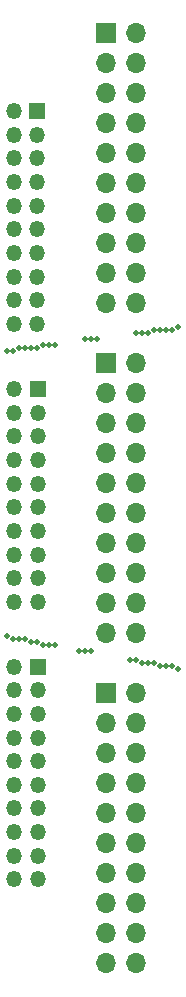
<source format=gbr>
%TF.GenerationSoftware,KiCad,Pcbnew,5.1.10*%
%TF.CreationDate,2021-05-28T15:40:48+02:00*%
%TF.ProjectId,ebaz_200to254,6562617a-5f32-4303-9074-6f3235342e6b,rev?*%
%TF.SameCoordinates,Original*%
%TF.FileFunction,Soldermask,Top*%
%TF.FilePolarity,Negative*%
%FSLAX46Y46*%
G04 Gerber Fmt 4.6, Leading zero omitted, Abs format (unit mm)*
G04 Created by KiCad (PCBNEW 5.1.10) date 2021-05-28 15:40:48*
%MOMM*%
%LPD*%
G01*
G04 APERTURE LIST*
%ADD10C,0.500000*%
%ADD11O,1.700000X1.700000*%
%ADD12R,1.700000X1.700000*%
%ADD13O,1.350000X1.350000*%
%ADD14R,1.350000X1.350000*%
G04 APERTURE END LIST*
D10*
%TO.C,REF\u002A\u002A*%
X167132000Y-113284000D03*
%TD*%
%TO.C,REF\u002A\u002A*%
X168148000Y-113284000D03*
%TD*%
%TO.C,REF\u002A\u002A*%
X167640000Y-113284000D03*
%TD*%
%TO.C,REF\u002A\u002A*%
X171958000Y-114046000D03*
%TD*%
%TO.C,REF\u002A\u002A*%
X172466000Y-114300000D03*
%TD*%
%TO.C,REF\u002A\u002A*%
X172974000Y-114300000D03*
%TD*%
%TO.C,REF\u002A\u002A*%
X173482000Y-114300000D03*
%TD*%
%TO.C,REF\u002A\u002A*%
X173990000Y-114554000D03*
%TD*%
%TO.C,REF\u002A\u002A*%
X174498000Y-114554000D03*
%TD*%
%TO.C,REF\u002A\u002A*%
X175006000Y-114554000D03*
%TD*%
%TO.C,REF\u002A\u002A*%
X175514000Y-114808000D03*
%TD*%
%TO.C,REF\u002A\u002A*%
X171450000Y-114046000D03*
%TD*%
%TO.C,REF\u002A\u002A*%
X165100000Y-112776000D03*
%TD*%
%TO.C,REF\u002A\u002A*%
X164084000Y-112776000D03*
%TD*%
%TO.C,REF\u002A\u002A*%
X163576000Y-112522000D03*
%TD*%
%TO.C,REF\u002A\u002A*%
X163068000Y-112522000D03*
%TD*%
%TO.C,REF\u002A\u002A*%
X162560000Y-112268000D03*
%TD*%
%TO.C,REF\u002A\u002A*%
X162052000Y-112268000D03*
%TD*%
%TO.C,REF\u002A\u002A*%
X161544000Y-112268000D03*
%TD*%
%TO.C,REF\u002A\u002A*%
X161036000Y-112014000D03*
%TD*%
%TO.C,REF\u002A\u002A*%
X164592000Y-112776000D03*
%TD*%
%TO.C,REF\u002A\u002A*%
X168656000Y-86868000D03*
%TD*%
%TO.C,REF\u002A\u002A*%
X168148000Y-86868000D03*
%TD*%
%TO.C,REF\u002A\u002A*%
X167640000Y-86868000D03*
%TD*%
%TO.C,REF\u002A\u002A*%
X164592000Y-87376000D03*
%TD*%
%TO.C,REF\u002A\u002A*%
X164084000Y-87376000D03*
%TD*%
%TO.C,REF\u002A\u002A*%
X163576000Y-87630000D03*
%TD*%
%TO.C,REF\u002A\u002A*%
X163068000Y-87630000D03*
%TD*%
%TO.C,REF\u002A\u002A*%
X162560000Y-87630000D03*
%TD*%
%TO.C,REF\u002A\u002A*%
X162052000Y-87630000D03*
%TD*%
%TO.C,REF\u002A\u002A*%
X161544000Y-87884000D03*
%TD*%
%TO.C,REF\u002A\u002A*%
X161036000Y-87884000D03*
%TD*%
%TO.C,REF\u002A\u002A*%
X165100000Y-87376000D03*
%TD*%
%TO.C,REF\u002A\u002A*%
X172466000Y-86360000D03*
%TD*%
%TO.C,REF\u002A\u002A*%
X172974000Y-86360000D03*
%TD*%
%TO.C,REF\u002A\u002A*%
X173482000Y-86106000D03*
%TD*%
%TO.C,REF\u002A\u002A*%
X173990000Y-86106000D03*
%TD*%
%TO.C,REF\u002A\u002A*%
X174498000Y-86106000D03*
%TD*%
%TO.C,REF\u002A\u002A*%
X175006000Y-86106000D03*
%TD*%
%TO.C,REF\u002A\u002A*%
X175514000Y-85852000D03*
%TD*%
%TO.C,REF\u002A\u002A*%
X171958000Y-86360000D03*
%TD*%
D11*
%TO.C,J6*%
X171958000Y-139700000D03*
X169418000Y-139700000D03*
X171958000Y-137160000D03*
X169418000Y-137160000D03*
X171958000Y-134620000D03*
X169418000Y-134620000D03*
X171958000Y-132080000D03*
X169418000Y-132080000D03*
X171958000Y-129540000D03*
X169418000Y-129540000D03*
X171958000Y-127000000D03*
X169418000Y-127000000D03*
X171958000Y-124460000D03*
X169418000Y-124460000D03*
X171958000Y-121920000D03*
X169418000Y-121920000D03*
X171958000Y-119380000D03*
X169418000Y-119380000D03*
X171958000Y-116840000D03*
D12*
X169418000Y-116840000D03*
%TD*%
D13*
%TO.C,J5*%
X161600000Y-132600000D03*
X163600000Y-132600000D03*
X161600000Y-130600000D03*
X163600000Y-130600000D03*
X161600000Y-128600000D03*
X163600000Y-128600000D03*
X161600000Y-126600000D03*
X163600000Y-126600000D03*
X161600000Y-124600000D03*
X163600000Y-124600000D03*
X161600000Y-122600000D03*
X163600000Y-122600000D03*
X161600000Y-120600000D03*
X163600000Y-120600000D03*
X161600000Y-118600000D03*
X163600000Y-118600000D03*
X161600000Y-116600000D03*
X163600000Y-116600000D03*
X161600000Y-114600000D03*
D14*
X163600000Y-114600000D03*
%TD*%
D11*
%TO.C,J4*%
X171958000Y-111760000D03*
X169418000Y-111760000D03*
X171958000Y-109220000D03*
X169418000Y-109220000D03*
X171958000Y-106680000D03*
X169418000Y-106680000D03*
X171958000Y-104140000D03*
X169418000Y-104140000D03*
X171958000Y-101600000D03*
X169418000Y-101600000D03*
X171958000Y-99060000D03*
X169418000Y-99060000D03*
X171958000Y-96520000D03*
X169418000Y-96520000D03*
X171958000Y-93980000D03*
X169418000Y-93980000D03*
X171958000Y-91440000D03*
X169418000Y-91440000D03*
X171958000Y-88900000D03*
D12*
X169418000Y-88900000D03*
%TD*%
D13*
%TO.C,J3*%
X161600000Y-109100000D03*
X163600000Y-109100000D03*
X161600000Y-107100000D03*
X163600000Y-107100000D03*
X161600000Y-105100000D03*
X163600000Y-105100000D03*
X161600000Y-103100000D03*
X163600000Y-103100000D03*
X161600000Y-101100000D03*
X163600000Y-101100000D03*
X161600000Y-99100000D03*
X163600000Y-99100000D03*
X161600000Y-97100000D03*
X163600000Y-97100000D03*
X161600000Y-95100000D03*
X163600000Y-95100000D03*
X161600000Y-93100000D03*
X163600000Y-93100000D03*
X161600000Y-91100000D03*
D14*
X163600000Y-91100000D03*
%TD*%
D11*
%TO.C,J2*%
X171958000Y-83820000D03*
X169418000Y-83820000D03*
X171958000Y-81280000D03*
X169418000Y-81280000D03*
X171958000Y-78740000D03*
X169418000Y-78740000D03*
X171958000Y-76200000D03*
X169418000Y-76200000D03*
X171958000Y-73660000D03*
X169418000Y-73660000D03*
X171958000Y-71120000D03*
X169418000Y-71120000D03*
X171958000Y-68580000D03*
X169418000Y-68580000D03*
X171958000Y-66040000D03*
X169418000Y-66040000D03*
X171958000Y-63500000D03*
X169418000Y-63500000D03*
X171958000Y-60960000D03*
D12*
X169418000Y-60960000D03*
%TD*%
D13*
%TO.C,J1*%
X161576000Y-85564000D03*
X163576000Y-85564000D03*
X161576000Y-83564000D03*
X163576000Y-83564000D03*
X161576000Y-81564000D03*
X163576000Y-81564000D03*
X161576000Y-79564000D03*
X163576000Y-79564000D03*
X161576000Y-77564000D03*
X163576000Y-77564000D03*
X161576000Y-75564000D03*
X163576000Y-75564000D03*
X161576000Y-73564000D03*
X163576000Y-73564000D03*
X161576000Y-71564000D03*
X163576000Y-71564000D03*
X161576000Y-69564000D03*
X163576000Y-69564000D03*
X161576000Y-67564000D03*
D14*
X163576000Y-67564000D03*
%TD*%
M02*

</source>
